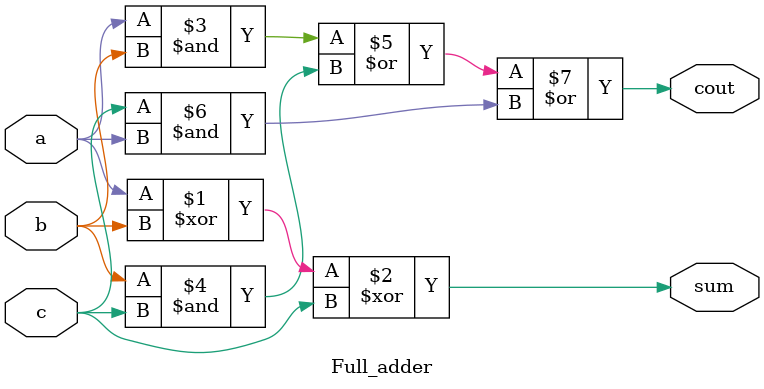
<source format=v>
module Full_adder(a,b,c,sum,cout);
input a,b,c;
output sum,cout;
assign sum=(a^b^c);
assign cout=(a&b)|(b&c)|(c&a);
endmodule


</source>
